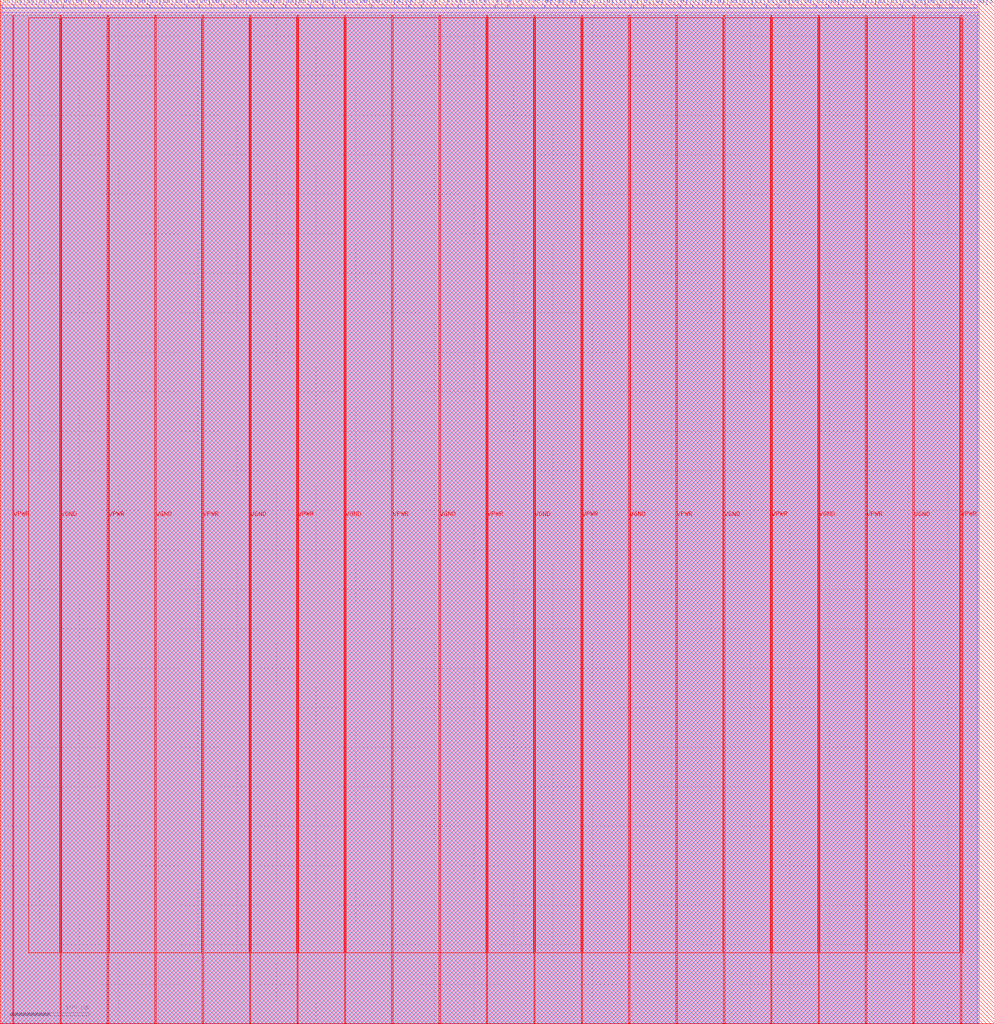
<source format=lef>
VERSION 5.7 ;
  NOWIREEXTENSIONATPIN ON ;
  DIVIDERCHAR "/" ;
  BUSBITCHARS "[]" ;
MACRO DFFRAM_4K
  CLASS BLOCK ;
  FOREIGN DFFRAM_4K ;
  ORIGIN 0.000 0.000 ;
  SIZE 1239.805 BY 1289.790 ;
  PIN A[0]
    DIRECTION INPUT ;
    USE SIGNAL ;
    PORT
      LAYER met2 ;
        RECT 501.680 1285.790 501.960 1289.790 ;
    END
  END A[0]
  PIN A[1]
    DIRECTION INPUT ;
    USE SIGNAL ;
    PORT
      LAYER met2 ;
        RECT 517.320 1285.790 517.600 1289.790 ;
    END
  END A[1]
  PIN A[2]
    DIRECTION INPUT ;
    USE SIGNAL ;
    PORT
      LAYER met2 ;
        RECT 532.960 1285.790 533.240 1289.790 ;
    END
  END A[2]
  PIN A[3]
    DIRECTION INPUT ;
    USE SIGNAL ;
    PORT
      LAYER met2 ;
        RECT 548.600 1285.790 548.880 1289.790 ;
    END
  END A[3]
  PIN A[4]
    DIRECTION INPUT ;
    USE SIGNAL ;
    PORT
      LAYER met2 ;
        RECT 564.240 1285.790 564.520 1289.790 ;
    END
  END A[4]
  PIN A[5]
    DIRECTION INPUT ;
    USE SIGNAL ;
    PORT
      LAYER met2 ;
        RECT 579.880 1285.790 580.160 1289.790 ;
    END
  END A[5]
  PIN A[6]
    DIRECTION INPUT ;
    USE SIGNAL ;
    PORT
      LAYER met2 ;
        RECT 595.520 1285.790 595.800 1289.790 ;
    END
  END A[6]
  PIN A[7]
    DIRECTION INPUT ;
    USE SIGNAL ;
    PORT
      LAYER met2 ;
        RECT 611.160 1285.790 611.440 1289.790 ;
    END
  END A[7]
  PIN A[8]
    DIRECTION INPUT ;
    USE SIGNAL ;
    PORT
      LAYER met2 ;
        RECT 626.800 1285.790 627.080 1289.790 ;
    END
  END A[8]
  PIN A[9]
    DIRECTION INPUT ;
    USE SIGNAL ;
    PORT
      LAYER met2 ;
        RECT 642.440 1285.790 642.720 1289.790 ;
    END
  END A[9]
  PIN CLK
    DIRECTION INPUT ;
    USE SIGNAL ;
    PORT
      LAYER met2 ;
        RECT 658.080 1285.790 658.360 1289.790 ;
    END
  END CLK
  PIN Di[0]
    DIRECTION INPUT ;
    USE SIGNAL ;
    PORT
      LAYER met2 ;
        RECT 751.920 1285.790 752.200 1289.790 ;
    END
  END Di[0]
  PIN Di[10]
    DIRECTION INPUT ;
    USE SIGNAL ;
    PORT
      LAYER met2 ;
        RECT 907.860 1285.790 908.140 1289.790 ;
    END
  END Di[10]
  PIN Di[11]
    DIRECTION INPUT ;
    USE SIGNAL ;
    PORT
      LAYER met2 ;
        RECT 923.500 1285.790 923.780 1289.790 ;
    END
  END Di[11]
  PIN Di[12]
    DIRECTION INPUT ;
    USE SIGNAL ;
    PORT
      LAYER met2 ;
        RECT 939.140 1285.790 939.420 1289.790 ;
    END
  END Di[12]
  PIN Di[13]
    DIRECTION INPUT ;
    USE SIGNAL ;
    PORT
      LAYER met2 ;
        RECT 954.780 1285.790 955.060 1289.790 ;
    END
  END Di[13]
  PIN Di[14]
    DIRECTION INPUT ;
    USE SIGNAL ;
    PORT
      LAYER met2 ;
        RECT 970.420 1285.790 970.700 1289.790 ;
    END
  END Di[14]
  PIN Di[15]
    DIRECTION INPUT ;
    USE SIGNAL ;
    PORT
      LAYER met2 ;
        RECT 986.060 1285.790 986.340 1289.790 ;
    END
  END Di[15]
  PIN Di[16]
    DIRECTION INPUT ;
    USE SIGNAL ;
    PORT
      LAYER met2 ;
        RECT 1001.700 1285.790 1001.980 1289.790 ;
    END
  END Di[16]
  PIN Di[17]
    DIRECTION INPUT ;
    USE SIGNAL ;
    PORT
      LAYER met2 ;
        RECT 1017.340 1285.790 1017.620 1289.790 ;
    END
  END Di[17]
  PIN Di[18]
    DIRECTION INPUT ;
    USE SIGNAL ;
    PORT
      LAYER met2 ;
        RECT 1032.980 1285.790 1033.260 1289.790 ;
    END
  END Di[18]
  PIN Di[19]
    DIRECTION INPUT ;
    USE SIGNAL ;
    PORT
      LAYER met2 ;
        RECT 1048.620 1285.790 1048.900 1289.790 ;
    END
  END Di[19]
  PIN Di[1]
    DIRECTION INPUT ;
    USE SIGNAL ;
    PORT
      LAYER met2 ;
        RECT 767.560 1285.790 767.840 1289.790 ;
    END
  END Di[1]
  PIN Di[20]
    DIRECTION INPUT ;
    USE SIGNAL ;
    PORT
      LAYER met2 ;
        RECT 1064.260 1285.790 1064.540 1289.790 ;
    END
  END Di[20]
  PIN Di[21]
    DIRECTION INPUT ;
    USE SIGNAL ;
    PORT
      LAYER met2 ;
        RECT 1079.900 1285.790 1080.180 1289.790 ;
    END
  END Di[21]
  PIN Di[22]
    DIRECTION INPUT ;
    USE SIGNAL ;
    PORT
      LAYER met2 ;
        RECT 1095.540 1285.790 1095.820 1289.790 ;
    END
  END Di[22]
  PIN Di[23]
    DIRECTION INPUT ;
    USE SIGNAL ;
    PORT
      LAYER met2 ;
        RECT 1111.180 1285.790 1111.460 1289.790 ;
    END
  END Di[23]
  PIN Di[24]
    DIRECTION INPUT ;
    USE SIGNAL ;
    PORT
      LAYER met2 ;
        RECT 1126.820 1285.790 1127.100 1289.790 ;
    END
  END Di[24]
  PIN Di[25]
    DIRECTION INPUT ;
    USE SIGNAL ;
    PORT
      LAYER met2 ;
        RECT 1142.460 1285.790 1142.740 1289.790 ;
    END
  END Di[25]
  PIN Di[26]
    DIRECTION INPUT ;
    USE SIGNAL ;
    PORT
      LAYER met2 ;
        RECT 1158.100 1285.790 1158.380 1289.790 ;
    END
  END Di[26]
  PIN Di[27]
    DIRECTION INPUT ;
    USE SIGNAL ;
    PORT
      LAYER met2 ;
        RECT 1173.740 1285.790 1174.020 1289.790 ;
    END
  END Di[27]
  PIN Di[28]
    DIRECTION INPUT ;
    USE SIGNAL ;
    PORT
      LAYER met2 ;
        RECT 1189.380 1285.790 1189.660 1289.790 ;
    END
  END Di[28]
  PIN Di[29]
    DIRECTION INPUT ;
    USE SIGNAL ;
    PORT
      LAYER met2 ;
        RECT 1205.020 1285.790 1205.300 1289.790 ;
    END
  END Di[29]
  PIN Di[2]
    DIRECTION INPUT ;
    USE SIGNAL ;
    PORT
      LAYER met2 ;
        RECT 783.200 1285.790 783.480 1289.790 ;
    END
  END Di[2]
  PIN Di[30]
    DIRECTION INPUT ;
    USE SIGNAL ;
    PORT
      LAYER met2 ;
        RECT 1220.660 1285.790 1220.940 1289.790 ;
    END
  END Di[30]
  PIN Di[31]
    DIRECTION INPUT ;
    USE SIGNAL ;
    PORT
      LAYER met2 ;
        RECT 1236.300 1285.790 1236.580 1289.790 ;
    END
  END Di[31]
  PIN Di[3]
    DIRECTION INPUT ;
    USE SIGNAL ;
    PORT
      LAYER met2 ;
        RECT 798.840 1285.790 799.120 1289.790 ;
    END
  END Di[3]
  PIN Di[4]
    DIRECTION INPUT ;
    USE SIGNAL ;
    PORT
      LAYER met2 ;
        RECT 814.480 1285.790 814.760 1289.790 ;
    END
  END Di[4]
  PIN Di[5]
    DIRECTION INPUT ;
    USE SIGNAL ;
    PORT
      LAYER met2 ;
        RECT 830.120 1285.790 830.400 1289.790 ;
    END
  END Di[5]
  PIN Di[6]
    DIRECTION INPUT ;
    USE SIGNAL ;
    PORT
      LAYER met2 ;
        RECT 845.300 1285.790 845.580 1289.790 ;
    END
  END Di[6]
  PIN Di[7]
    DIRECTION INPUT ;
    USE SIGNAL ;
    PORT
      LAYER met2 ;
        RECT 860.940 1285.790 861.220 1289.790 ;
    END
  END Di[7]
  PIN Di[8]
    DIRECTION INPUT ;
    USE SIGNAL ;
    PORT
      LAYER met2 ;
        RECT 876.580 1285.790 876.860 1289.790 ;
    END
  END Di[8]
  PIN Di[9]
    DIRECTION INPUT ;
    USE SIGNAL ;
    PORT
      LAYER met2 ;
        RECT 892.220 1285.790 892.500 1289.790 ;
    END
  END Di[9]
  PIN Do[0]
    DIRECTION OUTPUT TRISTATE ;
    USE SIGNAL ;
    PORT
      LAYER met2 ;
        RECT 2.120 1285.790 2.400 1289.790 ;
    END
  END Do[0]
  PIN Do[10]
    DIRECTION OUTPUT TRISTATE ;
    USE SIGNAL ;
    PORT
      LAYER met2 ;
        RECT 158.060 1285.790 158.340 1289.790 ;
    END
  END Do[10]
  PIN Do[11]
    DIRECTION OUTPUT TRISTATE ;
    USE SIGNAL ;
    PORT
      LAYER met2 ;
        RECT 173.700 1285.790 173.980 1289.790 ;
    END
  END Do[11]
  PIN Do[12]
    DIRECTION OUTPUT TRISTATE ;
    USE SIGNAL ;
    PORT
      LAYER met2 ;
        RECT 189.340 1285.790 189.620 1289.790 ;
    END
  END Do[12]
  PIN Do[13]
    DIRECTION OUTPUT TRISTATE ;
    USE SIGNAL ;
    PORT
      LAYER met2 ;
        RECT 204.980 1285.790 205.260 1289.790 ;
    END
  END Do[13]
  PIN Do[14]
    DIRECTION OUTPUT TRISTATE ;
    USE SIGNAL ;
    PORT
      LAYER met2 ;
        RECT 220.620 1285.790 220.900 1289.790 ;
    END
  END Do[14]
  PIN Do[15]
    DIRECTION OUTPUT TRISTATE ;
    USE SIGNAL ;
    PORT
      LAYER met2 ;
        RECT 236.260 1285.790 236.540 1289.790 ;
    END
  END Do[15]
  PIN Do[16]
    DIRECTION OUTPUT TRISTATE ;
    USE SIGNAL ;
    PORT
      LAYER met2 ;
        RECT 251.900 1285.790 252.180 1289.790 ;
    END
  END Do[16]
  PIN Do[17]
    DIRECTION OUTPUT TRISTATE ;
    USE SIGNAL ;
    PORT
      LAYER met2 ;
        RECT 267.540 1285.790 267.820 1289.790 ;
    END
  END Do[17]
  PIN Do[18]
    DIRECTION OUTPUT TRISTATE ;
    USE SIGNAL ;
    PORT
      LAYER met2 ;
        RECT 283.180 1285.790 283.460 1289.790 ;
    END
  END Do[18]
  PIN Do[19]
    DIRECTION OUTPUT TRISTATE ;
    USE SIGNAL ;
    PORT
      LAYER met2 ;
        RECT 298.820 1285.790 299.100 1289.790 ;
    END
  END Do[19]
  PIN Do[1]
    DIRECTION OUTPUT TRISTATE ;
    USE SIGNAL ;
    PORT
      LAYER met2 ;
        RECT 17.300 1285.790 17.580 1289.790 ;
    END
  END Do[1]
  PIN Do[20]
    DIRECTION OUTPUT TRISTATE ;
    USE SIGNAL ;
    PORT
      LAYER met2 ;
        RECT 314.460 1285.790 314.740 1289.790 ;
    END
  END Do[20]
  PIN Do[21]
    DIRECTION OUTPUT TRISTATE ;
    USE SIGNAL ;
    PORT
      LAYER met2 ;
        RECT 330.100 1285.790 330.380 1289.790 ;
    END
  END Do[21]
  PIN Do[22]
    DIRECTION OUTPUT TRISTATE ;
    USE SIGNAL ;
    PORT
      LAYER met2 ;
        RECT 345.740 1285.790 346.020 1289.790 ;
    END
  END Do[22]
  PIN Do[23]
    DIRECTION OUTPUT TRISTATE ;
    USE SIGNAL ;
    PORT
      LAYER met2 ;
        RECT 361.380 1285.790 361.660 1289.790 ;
    END
  END Do[23]
  PIN Do[24]
    DIRECTION OUTPUT TRISTATE ;
    USE SIGNAL ;
    PORT
      LAYER met2 ;
        RECT 377.020 1285.790 377.300 1289.790 ;
    END
  END Do[24]
  PIN Do[25]
    DIRECTION OUTPUT TRISTATE ;
    USE SIGNAL ;
    PORT
      LAYER met2 ;
        RECT 392.660 1285.790 392.940 1289.790 ;
    END
  END Do[25]
  PIN Do[26]
    DIRECTION OUTPUT TRISTATE ;
    USE SIGNAL ;
    PORT
      LAYER met2 ;
        RECT 408.300 1285.790 408.580 1289.790 ;
    END
  END Do[26]
  PIN Do[27]
    DIRECTION OUTPUT TRISTATE ;
    USE SIGNAL ;
    PORT
      LAYER met2 ;
        RECT 423.480 1285.790 423.760 1289.790 ;
    END
  END Do[27]
  PIN Do[28]
    DIRECTION OUTPUT TRISTATE ;
    USE SIGNAL ;
    PORT
      LAYER met2 ;
        RECT 439.120 1285.790 439.400 1289.790 ;
    END
  END Do[28]
  PIN Do[29]
    DIRECTION OUTPUT TRISTATE ;
    USE SIGNAL ;
    PORT
      LAYER met2 ;
        RECT 454.760 1285.790 455.040 1289.790 ;
    END
  END Do[29]
  PIN Do[2]
    DIRECTION OUTPUT TRISTATE ;
    USE SIGNAL ;
    PORT
      LAYER met2 ;
        RECT 32.940 1285.790 33.220 1289.790 ;
    END
  END Do[2]
  PIN Do[30]
    DIRECTION OUTPUT TRISTATE ;
    USE SIGNAL ;
    PORT
      LAYER met2 ;
        RECT 470.400 1285.790 470.680 1289.790 ;
    END
  END Do[30]
  PIN Do[31]
    DIRECTION OUTPUT TRISTATE ;
    USE SIGNAL ;
    PORT
      LAYER met2 ;
        RECT 486.040 1285.790 486.320 1289.790 ;
    END
  END Do[31]
  PIN Do[3]
    DIRECTION OUTPUT TRISTATE ;
    USE SIGNAL ;
    PORT
      LAYER met2 ;
        RECT 48.580 1285.790 48.860 1289.790 ;
    END
  END Do[3]
  PIN Do[4]
    DIRECTION OUTPUT TRISTATE ;
    USE SIGNAL ;
    PORT
      LAYER met2 ;
        RECT 64.220 1285.790 64.500 1289.790 ;
    END
  END Do[4]
  PIN Do[5]
    DIRECTION OUTPUT TRISTATE ;
    USE SIGNAL ;
    PORT
      LAYER met2 ;
        RECT 79.860 1285.790 80.140 1289.790 ;
    END
  END Do[5]
  PIN Do[6]
    DIRECTION OUTPUT TRISTATE ;
    USE SIGNAL ;
    PORT
      LAYER met2 ;
        RECT 95.500 1285.790 95.780 1289.790 ;
    END
  END Do[6]
  PIN Do[7]
    DIRECTION OUTPUT TRISTATE ;
    USE SIGNAL ;
    PORT
      LAYER met2 ;
        RECT 111.140 1285.790 111.420 1289.790 ;
    END
  END Do[7]
  PIN Do[8]
    DIRECTION OUTPUT TRISTATE ;
    USE SIGNAL ;
    PORT
      LAYER met2 ;
        RECT 126.780 1285.790 127.060 1289.790 ;
    END
  END Do[8]
  PIN Do[9]
    DIRECTION OUTPUT TRISTATE ;
    USE SIGNAL ;
    PORT
      LAYER met2 ;
        RECT 142.420 1285.790 142.700 1289.790 ;
    END
  END Do[9]
  PIN EN
    DIRECTION INPUT ;
    USE SIGNAL ;
    PORT
      LAYER met2 ;
        RECT 736.280 1285.790 736.560 1289.790 ;
    END
  END EN
  PIN WE[0]
    DIRECTION INPUT ;
    USE SIGNAL ;
    PORT
      LAYER met2 ;
        RECT 673.720 1285.790 674.000 1289.790 ;
    END
  END WE[0]
  PIN WE[1]
    DIRECTION INPUT ;
    USE SIGNAL ;
    PORT
      LAYER met2 ;
        RECT 689.360 1285.790 689.640 1289.790 ;
    END
  END WE[1]
  PIN WE[2]
    DIRECTION INPUT ;
    USE SIGNAL ;
    PORT
      LAYER met2 ;
        RECT 705.000 1285.790 705.280 1289.790 ;
    END
  END WE[2]
  PIN WE[3]
    DIRECTION INPUT ;
    USE SIGNAL ;
    PORT
      LAYER met2 ;
        RECT 720.640 1285.790 720.920 1289.790 ;
    END
  END WE[3]
  PIN VPWR
    DIRECTION INOUT ;
    USE POWER ;
    PORT
      LAYER met4 ;
        RECT 1215.710 0.430 1217.310 1276.590 ;
    END
  END VPWR
  PIN VPWR
    DIRECTION INOUT ;
    USE POWER ;
    PORT
      LAYER met4 ;
        RECT 1095.710 0.430 1097.310 1276.590 ;
    END
  END VPWR
  PIN VPWR
    DIRECTION INOUT ;
    USE POWER ;
    PORT
      LAYER met4 ;
        RECT 975.710 0.430 977.310 1276.590 ;
    END
  END VPWR
  PIN VPWR
    DIRECTION INOUT ;
    USE POWER ;
    PORT
      LAYER met4 ;
        RECT 855.710 0.430 857.310 1276.590 ;
    END
  END VPWR
  PIN VPWR
    DIRECTION INOUT ;
    USE POWER ;
    PORT
      LAYER met4 ;
        RECT 735.710 0.430 737.310 1276.590 ;
    END
  END VPWR
  PIN VPWR
    DIRECTION INOUT ;
    USE POWER ;
    PORT
      LAYER met4 ;
        RECT 615.710 0.430 617.310 1276.590 ;
    END
  END VPWR
  PIN VPWR
    DIRECTION INOUT ;
    USE POWER ;
    PORT
      LAYER met4 ;
        RECT 495.710 0.430 497.310 1276.590 ;
    END
  END VPWR
  PIN VPWR
    DIRECTION INOUT ;
    USE POWER ;
    PORT
      LAYER met4 ;
        RECT 375.710 0.430 377.310 1276.590 ;
    END
  END VPWR
  PIN VPWR
    DIRECTION INOUT ;
    USE POWER ;
    PORT
      LAYER met4 ;
        RECT 255.710 0.430 257.310 1276.590 ;
    END
  END VPWR
  PIN VPWR
    DIRECTION INOUT ;
    USE POWER ;
    PORT
      LAYER met4 ;
        RECT 135.710 0.430 137.310 1276.590 ;
    END
  END VPWR
  PIN VPWR
    DIRECTION INOUT ;
    USE POWER ;
    PORT
      LAYER met4 ;
        RECT 15.710 0.430 17.310 1276.590 ;
    END
  END VPWR
  PIN VGND
    DIRECTION INOUT ;
    USE GROUND ;
    PORT
      LAYER met4 ;
        RECT 1155.710 0.430 1157.310 1276.590 ;
    END
  END VGND
  PIN VGND
    DIRECTION INOUT ;
    USE GROUND ;
    PORT
      LAYER met4 ;
        RECT 1035.710 0.430 1037.310 1276.590 ;
    END
  END VGND
  PIN VGND
    DIRECTION INOUT ;
    USE GROUND ;
    PORT
      LAYER met4 ;
        RECT 915.710 0.430 917.310 1276.590 ;
    END
  END VGND
  PIN VGND
    DIRECTION INOUT ;
    USE GROUND ;
    PORT
      LAYER met4 ;
        RECT 795.710 0.430 797.310 1276.590 ;
    END
  END VGND
  PIN VGND
    DIRECTION INOUT ;
    USE GROUND ;
    PORT
      LAYER met4 ;
        RECT 675.710 0.430 677.310 1276.590 ;
    END
  END VGND
  PIN VGND
    DIRECTION INOUT ;
    USE GROUND ;
    PORT
      LAYER met4 ;
        RECT 555.710 0.430 557.310 1276.590 ;
    END
  END VGND
  PIN VGND
    DIRECTION INOUT ;
    USE GROUND ;
    PORT
      LAYER met4 ;
        RECT 435.710 0.430 437.310 1276.590 ;
    END
  END VGND
  PIN VGND
    DIRECTION INOUT ;
    USE GROUND ;
    PORT
      LAYER met4 ;
        RECT 315.710 0.430 317.310 1276.590 ;
    END
  END VGND
  PIN VGND
    DIRECTION INOUT ;
    USE GROUND ;
    PORT
      LAYER met4 ;
        RECT 195.710 0.430 197.310 1276.590 ;
    END
  END VGND
  PIN VGND
    DIRECTION INOUT ;
    USE GROUND ;
    PORT
      LAYER met4 ;
        RECT 75.710 0.430 77.310 1276.590 ;
    END
  END VGND
  OBS
      LAYER li1 ;
        RECT 0.190 0.585 1239.745 1276.435 ;
      LAYER met1 ;
        RECT 0.190 0.030 1239.805 1280.050 ;
      LAYER met2 ;
        RECT 1.670 1285.510 1.840 1285.790 ;
        RECT 2.680 1285.510 17.020 1285.790 ;
        RECT 17.860 1285.510 32.660 1285.790 ;
        RECT 33.500 1285.510 48.300 1285.790 ;
        RECT 49.140 1285.510 63.940 1285.790 ;
        RECT 64.780 1285.510 79.580 1285.790 ;
        RECT 80.420 1285.510 95.220 1285.790 ;
        RECT 96.060 1285.510 110.860 1285.790 ;
        RECT 111.700 1285.510 126.500 1285.790 ;
        RECT 127.340 1285.510 142.140 1285.790 ;
        RECT 142.980 1285.510 157.780 1285.790 ;
        RECT 158.620 1285.510 173.420 1285.790 ;
        RECT 174.260 1285.510 189.060 1285.790 ;
        RECT 189.900 1285.510 204.700 1285.790 ;
        RECT 205.540 1285.510 220.340 1285.790 ;
        RECT 221.180 1285.510 235.980 1285.790 ;
        RECT 236.820 1285.510 251.620 1285.790 ;
        RECT 252.460 1285.510 267.260 1285.790 ;
        RECT 268.100 1285.510 282.900 1285.790 ;
        RECT 283.740 1285.510 298.540 1285.790 ;
        RECT 299.380 1285.510 314.180 1285.790 ;
        RECT 315.020 1285.510 329.820 1285.790 ;
        RECT 330.660 1285.510 345.460 1285.790 ;
        RECT 346.300 1285.510 361.100 1285.790 ;
        RECT 361.940 1285.510 376.740 1285.790 ;
        RECT 377.580 1285.510 392.380 1285.790 ;
        RECT 393.220 1285.510 408.020 1285.790 ;
        RECT 408.860 1285.510 423.200 1285.790 ;
        RECT 424.040 1285.510 438.840 1285.790 ;
        RECT 439.680 1285.510 454.480 1285.790 ;
        RECT 455.320 1285.510 470.120 1285.790 ;
        RECT 470.960 1285.510 485.760 1285.790 ;
        RECT 486.600 1285.510 501.400 1285.790 ;
        RECT 502.240 1285.510 517.040 1285.790 ;
        RECT 517.880 1285.510 532.680 1285.790 ;
        RECT 533.520 1285.510 548.320 1285.790 ;
        RECT 549.160 1285.510 563.960 1285.790 ;
        RECT 564.800 1285.510 579.600 1285.790 ;
        RECT 580.440 1285.510 595.240 1285.790 ;
        RECT 596.080 1285.510 610.880 1285.790 ;
        RECT 611.720 1285.510 626.520 1285.790 ;
        RECT 627.360 1285.510 642.160 1285.790 ;
        RECT 643.000 1285.510 657.800 1285.790 ;
        RECT 658.640 1285.510 673.440 1285.790 ;
        RECT 674.280 1285.510 689.080 1285.790 ;
        RECT 689.920 1285.510 704.720 1285.790 ;
        RECT 705.560 1285.510 720.360 1285.790 ;
        RECT 721.200 1285.510 736.000 1285.790 ;
        RECT 736.840 1285.510 751.640 1285.790 ;
        RECT 752.480 1285.510 767.280 1285.790 ;
        RECT 768.120 1285.510 782.920 1285.790 ;
        RECT 783.760 1285.510 798.560 1285.790 ;
        RECT 799.400 1285.510 814.200 1285.790 ;
        RECT 815.040 1285.510 829.840 1285.790 ;
        RECT 830.680 1285.510 845.020 1285.790 ;
        RECT 845.860 1285.510 860.660 1285.790 ;
        RECT 861.500 1285.510 876.300 1285.790 ;
        RECT 877.140 1285.510 891.940 1285.790 ;
        RECT 892.780 1285.510 907.580 1285.790 ;
        RECT 908.420 1285.510 923.220 1285.790 ;
        RECT 924.060 1285.510 938.860 1285.790 ;
        RECT 939.700 1285.510 954.500 1285.790 ;
        RECT 955.340 1285.510 970.140 1285.790 ;
        RECT 970.980 1285.510 985.780 1285.790 ;
        RECT 986.620 1285.510 1001.420 1285.790 ;
        RECT 1002.260 1285.510 1017.060 1285.790 ;
        RECT 1017.900 1285.510 1032.700 1285.790 ;
        RECT 1033.540 1285.510 1048.340 1285.790 ;
        RECT 1049.180 1285.510 1063.980 1285.790 ;
        RECT 1064.820 1285.510 1079.620 1285.790 ;
        RECT 1080.460 1285.510 1095.260 1285.790 ;
        RECT 1096.100 1285.510 1110.900 1285.790 ;
        RECT 1111.740 1285.510 1126.540 1285.790 ;
        RECT 1127.380 1285.510 1142.180 1285.790 ;
        RECT 1143.020 1285.510 1157.820 1285.790 ;
        RECT 1158.660 1285.510 1173.460 1285.790 ;
        RECT 1174.300 1285.510 1189.100 1285.790 ;
        RECT 1189.940 1285.510 1204.740 1285.790 ;
        RECT 1205.580 1285.510 1220.380 1285.790 ;
        RECT 1221.220 1285.510 1236.020 1285.790 ;
        RECT 1236.860 1285.510 1237.490 1285.790 ;
        RECT 1.670 0.000 1237.490 1285.510 ;
      LAYER met3 ;
        RECT 4.855 0.505 1236.605 1276.515 ;
      LAYER met4 ;
        RECT 36.365 89.925 75.310 1273.455 ;
        RECT 77.710 89.925 135.310 1273.455 ;
        RECT 137.710 89.925 195.310 1273.455 ;
        RECT 197.710 89.925 255.310 1273.455 ;
        RECT 257.710 89.925 315.310 1273.455 ;
        RECT 317.710 89.925 375.310 1273.455 ;
        RECT 377.710 89.925 435.310 1273.455 ;
        RECT 437.710 89.925 495.310 1273.455 ;
        RECT 497.710 89.925 555.310 1273.455 ;
        RECT 557.710 89.925 615.310 1273.455 ;
        RECT 617.710 89.925 675.310 1273.455 ;
        RECT 677.710 89.925 735.310 1273.455 ;
        RECT 737.710 89.925 795.310 1273.455 ;
        RECT 797.710 89.925 855.310 1273.455 ;
        RECT 857.710 89.925 915.310 1273.455 ;
        RECT 917.710 89.925 975.310 1273.455 ;
        RECT 977.710 89.925 1035.310 1273.455 ;
        RECT 1037.710 89.925 1095.310 1273.455 ;
        RECT 1097.710 89.925 1155.310 1273.455 ;
        RECT 1157.710 89.925 1215.310 1273.455 ;
        RECT 1217.710 89.925 1218.895 1273.455 ;
        RECT 0.300 0.300 1258.680 1295.880 ;
  END
END DFFRAM_4K
END LIBRARY


</source>
